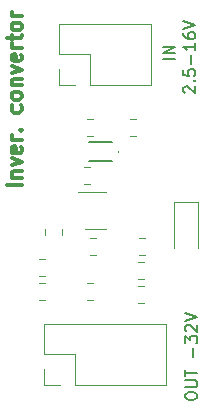
<source format=gbr>
G04 #@! TF.GenerationSoftware,KiCad,Pcbnew,(6.0.0-rc1-dev-205-gc0615c5ef)*
G04 #@! TF.CreationDate,2019-09-06T07:46:29+02:00*
G04 #@! TF.ProjectId,LT3483,4C54333438332E6B696361645F706362,v01*
G04 #@! TF.SameCoordinates,Original*
G04 #@! TF.FileFunction,Legend,Top*
G04 #@! TF.FilePolarity,Positive*
%FSLAX46Y46*%
G04 Gerber Fmt 4.6, Leading zero omitted, Abs format (unit mm)*
G04 Created by KiCad (PCBNEW (6.0.0-rc1-dev-205-gc0615c5ef)) date 09/06/19 07:46:29*
%MOMM*%
%LPD*%
G01*
G04 APERTURE LIST*
%ADD10C,0.300000*%
%ADD11C,0.200000*%
%ADD12C,0.120000*%
G04 APERTURE END LIST*
D10*
X170754523Y-110096904D02*
X169484523Y-110096904D01*
X169907857Y-109492142D02*
X170754523Y-109492142D01*
X170028809Y-109492142D02*
X169968333Y-109431666D01*
X169907857Y-109310714D01*
X169907857Y-109129285D01*
X169968333Y-109008333D01*
X170089285Y-108947857D01*
X170754523Y-108947857D01*
X169907857Y-108464047D02*
X170754523Y-108161666D01*
X169907857Y-107859285D01*
X170694047Y-106891666D02*
X170754523Y-107012619D01*
X170754523Y-107254523D01*
X170694047Y-107375476D01*
X170573095Y-107435952D01*
X170089285Y-107435952D01*
X169968333Y-107375476D01*
X169907857Y-107254523D01*
X169907857Y-107012619D01*
X169968333Y-106891666D01*
X170089285Y-106831190D01*
X170210238Y-106831190D01*
X170331190Y-107435952D01*
X170754523Y-106286904D02*
X169907857Y-106286904D01*
X170149761Y-106286904D02*
X170028809Y-106226428D01*
X169968333Y-106165952D01*
X169907857Y-106045000D01*
X169907857Y-105924047D01*
X170633571Y-105500714D02*
X170694047Y-105440238D01*
X170754523Y-105500714D01*
X170694047Y-105561190D01*
X170633571Y-105500714D01*
X170754523Y-105500714D01*
X170694047Y-103384047D02*
X170754523Y-103505000D01*
X170754523Y-103746904D01*
X170694047Y-103867857D01*
X170633571Y-103928333D01*
X170512619Y-103988809D01*
X170149761Y-103988809D01*
X170028809Y-103928333D01*
X169968333Y-103867857D01*
X169907857Y-103746904D01*
X169907857Y-103505000D01*
X169968333Y-103384047D01*
X170754523Y-102658333D02*
X170694047Y-102779285D01*
X170633571Y-102839761D01*
X170512619Y-102900238D01*
X170149761Y-102900238D01*
X170028809Y-102839761D01*
X169968333Y-102779285D01*
X169907857Y-102658333D01*
X169907857Y-102476904D01*
X169968333Y-102355952D01*
X170028809Y-102295476D01*
X170149761Y-102235000D01*
X170512619Y-102235000D01*
X170633571Y-102295476D01*
X170694047Y-102355952D01*
X170754523Y-102476904D01*
X170754523Y-102658333D01*
X169907857Y-101690714D02*
X170754523Y-101690714D01*
X170028809Y-101690714D02*
X169968333Y-101630238D01*
X169907857Y-101509285D01*
X169907857Y-101327857D01*
X169968333Y-101206904D01*
X170089285Y-101146428D01*
X170754523Y-101146428D01*
X169907857Y-100662619D02*
X170754523Y-100360238D01*
X169907857Y-100057857D01*
X170694047Y-99090238D02*
X170754523Y-99211190D01*
X170754523Y-99453095D01*
X170694047Y-99574047D01*
X170573095Y-99634523D01*
X170089285Y-99634523D01*
X169968333Y-99574047D01*
X169907857Y-99453095D01*
X169907857Y-99211190D01*
X169968333Y-99090238D01*
X170089285Y-99029761D01*
X170210238Y-99029761D01*
X170331190Y-99634523D01*
X170754523Y-98485476D02*
X169907857Y-98485476D01*
X170149761Y-98485476D02*
X170028809Y-98425000D01*
X169968333Y-98364523D01*
X169907857Y-98243571D01*
X169907857Y-98122619D01*
X169907857Y-97880714D02*
X169907857Y-97396904D01*
X169484523Y-97699285D02*
X170573095Y-97699285D01*
X170694047Y-97638809D01*
X170754523Y-97517857D01*
X170754523Y-97396904D01*
X170754523Y-96792142D02*
X170694047Y-96913095D01*
X170633571Y-96973571D01*
X170512619Y-97034047D01*
X170149761Y-97034047D01*
X170028809Y-96973571D01*
X169968333Y-96913095D01*
X169907857Y-96792142D01*
X169907857Y-96610714D01*
X169968333Y-96489761D01*
X170028809Y-96429285D01*
X170149761Y-96368809D01*
X170512619Y-96368809D01*
X170633571Y-96429285D01*
X170694047Y-96489761D01*
X170754523Y-96610714D01*
X170754523Y-96792142D01*
X170754523Y-95824523D02*
X169907857Y-95824523D01*
X170149761Y-95824523D02*
X170028809Y-95764047D01*
X169968333Y-95703571D01*
X169907857Y-95582619D01*
X169907857Y-95461666D01*
D11*
X183752380Y-99456857D02*
X182752380Y-99456857D01*
X183752380Y-98980666D02*
X182752380Y-98980666D01*
X183752380Y-98409238D01*
X182752380Y-98409238D01*
X184547619Y-102314000D02*
X184500000Y-102266380D01*
X184452380Y-102171142D01*
X184452380Y-101933047D01*
X184500000Y-101837809D01*
X184547619Y-101790190D01*
X184642857Y-101742571D01*
X184738095Y-101742571D01*
X184880952Y-101790190D01*
X185452380Y-102361619D01*
X185452380Y-101742571D01*
X185357142Y-101314000D02*
X185404761Y-101266380D01*
X185452380Y-101314000D01*
X185404761Y-101361619D01*
X185357142Y-101314000D01*
X185452380Y-101314000D01*
X184452380Y-100361619D02*
X184452380Y-100837809D01*
X184928571Y-100885428D01*
X184880952Y-100837809D01*
X184833333Y-100742571D01*
X184833333Y-100504476D01*
X184880952Y-100409238D01*
X184928571Y-100361619D01*
X185023809Y-100314000D01*
X185261904Y-100314000D01*
X185357142Y-100361619D01*
X185404761Y-100409238D01*
X185452380Y-100504476D01*
X185452380Y-100742571D01*
X185404761Y-100837809D01*
X185357142Y-100885428D01*
X185071428Y-99885428D02*
X185071428Y-99123523D01*
X185452380Y-98123523D02*
X185452380Y-98694952D01*
X185452380Y-98409238D02*
X184452380Y-98409238D01*
X184595238Y-98504476D01*
X184690476Y-98599714D01*
X184738095Y-98694952D01*
X184452380Y-97266380D02*
X184452380Y-97456857D01*
X184500000Y-97552095D01*
X184547619Y-97599714D01*
X184690476Y-97694952D01*
X184880952Y-97742571D01*
X185261904Y-97742571D01*
X185357142Y-97694952D01*
X185404761Y-97647333D01*
X185452380Y-97552095D01*
X185452380Y-97361619D01*
X185404761Y-97266380D01*
X185357142Y-97218761D01*
X185261904Y-97171142D01*
X185023809Y-97171142D01*
X184928571Y-97218761D01*
X184880952Y-97266380D01*
X184833333Y-97361619D01*
X184833333Y-97552095D01*
X184880952Y-97647333D01*
X184928571Y-97694952D01*
X185023809Y-97742571D01*
X184452380Y-96885428D02*
X185452380Y-96552095D01*
X184452380Y-96218761D01*
X184618380Y-128094952D02*
X184618380Y-127904476D01*
X184666000Y-127809238D01*
X184761238Y-127714000D01*
X184951714Y-127666380D01*
X185285047Y-127666380D01*
X185475523Y-127714000D01*
X185570761Y-127809238D01*
X185618380Y-127904476D01*
X185618380Y-128094952D01*
X185570761Y-128190190D01*
X185475523Y-128285428D01*
X185285047Y-128333047D01*
X184951714Y-128333047D01*
X184761238Y-128285428D01*
X184666000Y-128190190D01*
X184618380Y-128094952D01*
X184618380Y-127237809D02*
X185427904Y-127237809D01*
X185523142Y-127190190D01*
X185570761Y-127142571D01*
X185618380Y-127047333D01*
X185618380Y-126856857D01*
X185570761Y-126761619D01*
X185523142Y-126714000D01*
X185427904Y-126666380D01*
X184618380Y-126666380D01*
X184618380Y-126333047D02*
X184618380Y-125761619D01*
X185618380Y-126047333D02*
X184618380Y-126047333D01*
X185237428Y-124666380D02*
X185237428Y-123904476D01*
X184618380Y-123523523D02*
X184618380Y-122904476D01*
X184999333Y-123237809D01*
X184999333Y-123094952D01*
X185046952Y-122999714D01*
X185094571Y-122952095D01*
X185189809Y-122904476D01*
X185427904Y-122904476D01*
X185523142Y-122952095D01*
X185570761Y-122999714D01*
X185618380Y-123094952D01*
X185618380Y-123380666D01*
X185570761Y-123475904D01*
X185523142Y-123523523D01*
X184713619Y-122523523D02*
X184666000Y-122475904D01*
X184618380Y-122380666D01*
X184618380Y-122142571D01*
X184666000Y-122047333D01*
X184713619Y-121999714D01*
X184808857Y-121952095D01*
X184904095Y-121952095D01*
X185046952Y-121999714D01*
X185618380Y-122571142D01*
X185618380Y-121952095D01*
X184618380Y-121666380D02*
X185618380Y-121333047D01*
X184618380Y-120999714D01*
G04 #@! TO.C,L1*
X178419000Y-108115000D02*
X176419000Y-108115000D01*
X176419000Y-106515000D02*
X178419000Y-106515000D01*
X178981000Y-107333000D02*
G75*
G03X178981000Y-107333000I-11000J0D01*
G01*
D12*
G04 #@! TO.C,D1*
X185658000Y-111542000D02*
X183658000Y-111542000D01*
X183658000Y-111542000D02*
X183658000Y-115442000D01*
X185658000Y-111542000D02*
X185658000Y-115442000D01*
G04 #@! TO.C,U1*
X176158000Y-113828000D02*
X177918000Y-113828000D01*
X177918000Y-110758000D02*
X175488000Y-110758000D01*
G04 #@! TO.C,C4*
X172772000Y-114383078D02*
X172772000Y-113865922D01*
X174192000Y-114383078D02*
X174192000Y-113865922D01*
G04 #@! TO.C,C2*
X180471578Y-104573000D02*
X179954422Y-104573000D01*
X180471578Y-105993000D02*
X179954422Y-105993000D01*
G04 #@! TO.C,C7*
X180589422Y-116638000D02*
X181106578Y-116638000D01*
X180589422Y-118058000D02*
X181106578Y-118058000D01*
G04 #@! TO.C,C6*
X172724578Y-118416000D02*
X172207422Y-118416000D01*
X172724578Y-119836000D02*
X172207422Y-119836000D01*
G04 #@! TO.C,R3*
X176788578Y-118416000D02*
X176271422Y-118416000D01*
X176788578Y-119836000D02*
X176271422Y-119836000D01*
G04 #@! TO.C,R2*
X176525422Y-114606000D02*
X177042578Y-114606000D01*
X176525422Y-116026000D02*
X177042578Y-116026000D01*
G04 #@! TO.C,C1*
X176271422Y-104573000D02*
X176788578Y-104573000D01*
X176271422Y-105993000D02*
X176788578Y-105993000D01*
G04 #@! TO.C,C3*
X176017422Y-110057000D02*
X176534578Y-110057000D01*
X176017422Y-108637000D02*
X176534578Y-108637000D01*
G04 #@! TO.C,C5*
X172724578Y-117804000D02*
X172207422Y-117804000D01*
X172724578Y-116384000D02*
X172207422Y-116384000D01*
G04 #@! TO.C,C8*
X180589422Y-120090000D02*
X181106578Y-120090000D01*
X180589422Y-118670000D02*
X181106578Y-118670000D01*
G04 #@! TO.C,R1*
X181185078Y-116026000D02*
X180667922Y-116026000D01*
X181185078Y-114606000D02*
X180667922Y-114606000D01*
G04 #@! TO.C,J1*
X181670000Y-101660000D02*
X181670000Y-96460000D01*
X176530000Y-101660000D02*
X181670000Y-101660000D01*
X173930000Y-96460000D02*
X181670000Y-96460000D01*
X176530000Y-101660000D02*
X176530000Y-99060000D01*
X176530000Y-99060000D02*
X173930000Y-99060000D01*
X173930000Y-99060000D02*
X173930000Y-96460000D01*
X175260000Y-101660000D02*
X173930000Y-101660000D01*
X173930000Y-101660000D02*
X173930000Y-100330000D01*
G04 #@! TO.C,J2*
X182940000Y-127060000D02*
X182940000Y-121860000D01*
X175260000Y-127060000D02*
X182940000Y-127060000D01*
X172660000Y-121860000D02*
X182940000Y-121860000D01*
X175260000Y-127060000D02*
X175260000Y-124460000D01*
X175260000Y-124460000D02*
X172660000Y-124460000D01*
X172660000Y-124460000D02*
X172660000Y-121860000D01*
X173990000Y-127060000D02*
X172660000Y-127060000D01*
X172660000Y-127060000D02*
X172660000Y-125730000D01*
G04 #@! TD*
M02*

</source>
